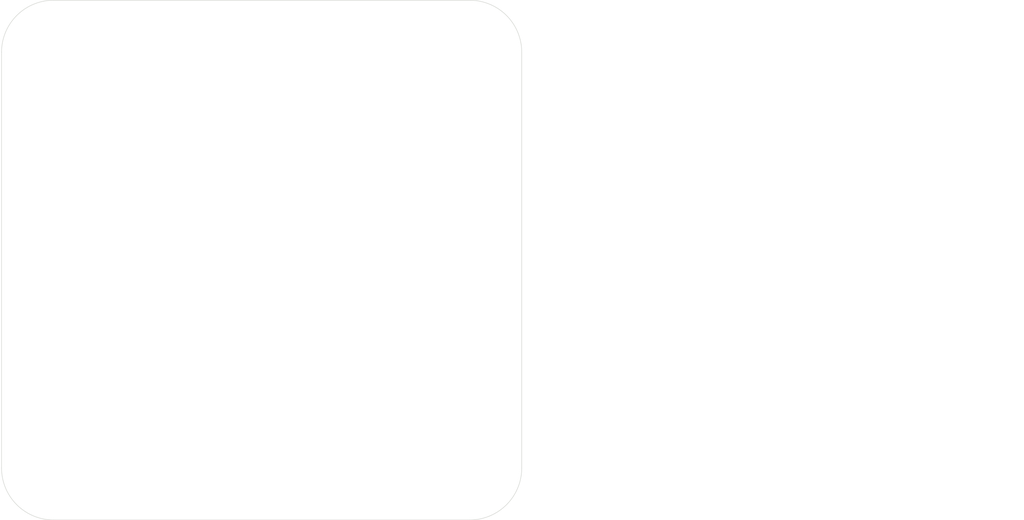
<source format=kicad_pcb>
(kicad_pcb (version 20171130) (host pcbnew 5.1.10-88a1d61d58~90~ubuntu20.04.1)

  (general
    (thickness 1.6)
    (drawings 13)
    (tracks 0)
    (zones 0)
    (modules 4)
    (nets 1)
  )

  (page User 215.9 139.7)
  (layers
    (0 F.Cu signal)
    (31 B.Cu signal)
    (32 B.Adhes user)
    (33 F.Adhes user)
    (34 B.Paste user)
    (35 F.Paste user)
    (36 B.SilkS user)
    (37 F.SilkS user)
    (38 B.Mask user)
    (39 F.Mask user)
    (40 Dwgs.User user)
    (41 Cmts.User user)
    (42 Eco1.User user)
    (43 Eco2.User user)
    (44 Edge.Cuts user)
    (45 Margin user)
    (46 B.CrtYd user)
    (47 F.CrtYd user)
    (48 B.Fab user)
    (49 F.Fab user)
  )

  (setup
    (last_trace_width 0.25)
    (trace_clearance 0.2)
    (zone_clearance 0.508)
    (zone_45_only no)
    (trace_min 0.2)
    (via_size 0.8)
    (via_drill 0.4)
    (via_min_size 0.4)
    (via_min_drill 0.3)
    (uvia_size 0.3)
    (uvia_drill 0.1)
    (uvias_allowed no)
    (uvia_min_size 0.2)
    (uvia_min_drill 0.1)
    (edge_width 0.05)
    (segment_width 0.2)
    (pcb_text_width 0.3)
    (pcb_text_size 1.5 1.5)
    (mod_edge_width 0.12)
    (mod_text_size 1 1)
    (mod_text_width 0.15)
    (pad_size 1.524 1.524)
    (pad_drill 0.762)
    (pad_to_mask_clearance 0)
    (aux_axis_origin 0 0)
    (visible_elements FFFFFF7F)
    (pcbplotparams
      (layerselection 0x010fc_ffffffff)
      (usegerberextensions false)
      (usegerberattributes true)
      (usegerberadvancedattributes true)
      (creategerberjobfile true)
      (excludeedgelayer true)
      (linewidth 0.100000)
      (plotframeref false)
      (viasonmask false)
      (mode 1)
      (useauxorigin false)
      (hpglpennumber 1)
      (hpglpenspeed 20)
      (hpglpendiameter 15.000000)
      (psnegative false)
      (psa4output false)
      (plotreference true)
      (plotvalue true)
      (plotinvisibletext false)
      (padsonsilk false)
      (subtractmaskfromsilk false)
      (outputformat 1)
      (mirror false)
      (drillshape 1)
      (scaleselection 1)
      (outputdirectory ""))
  )

  (net 0 "")

  (net_class Default "This is the default net class."
    (clearance 0.2)
    (trace_width 0.25)
    (via_dia 0.8)
    (via_drill 0.4)
    (uvia_dia 0.3)
    (uvia_drill 0.1)
  )

  (module footprint:MountingHole_2.7mm_M2.5,rpi_like locked (layer F.Cu) (tedit 5CD0070F) (tstamp 614E2B6A)
    (at 125 75)
    (descr "Mounting Hole 2.7mm, no annular, M2.5")
    (tags "mounting hole 2.7mm no annular m2.5")
    (path /614DED54)
    (attr virtual)
    (fp_text reference H4 (at 0 -3.7) (layer F.SilkS) hide
      (effects (font (size 1 1) (thickness 0.15)))
    )
    (fp_text value MountingHole (at 0 3.7) (layer F.Fab)
      (effects (font (size 1 1) (thickness 0.15)))
    )
    (fp_text user %R (at 0.3 0) (layer F.Fab)
      (effects (font (size 1 1) (thickness 0.15)))
    )
    (fp_circle (center 0 0) (end 1.905 0) (layer B.Mask) (width 1.2))
    (fp_circle (center 0 0) (end 1.905 0) (layer F.Mask) (width 1.2))
    (fp_circle (center 0 0) (end 2.95 0) (layer F.CrtYd) (width 0.05))
    (fp_circle (center 0 0) (end 2.7 0) (layer Cmts.User) (width 0.15))
    (pad "" np_thru_hole circle (at 0 0) (size 2.7 2.7) (drill 2.7) (layers *.Cu *.Mask)
      (solder_mask_margin 1.5) (clearance 1.5))
  )

  (module footprint:MountingHole_2.7mm_M2.5,rpi_like locked (layer F.Cu) (tedit 5CD0070F) (tstamp 614E2B60)
    (at 85 75)
    (descr "Mounting Hole 2.7mm, no annular, M2.5")
    (tags "mounting hole 2.7mm no annular m2.5")
    (path /614DED32)
    (attr virtual)
    (fp_text reference H3 (at 0 -3.7) (layer F.SilkS) hide
      (effects (font (size 1 1) (thickness 0.15)))
    )
    (fp_text value MountingHole (at 0 3.7) (layer F.Fab)
      (effects (font (size 1 1) (thickness 0.15)))
    )
    (fp_text user %R (at 0.3 0) (layer F.Fab)
      (effects (font (size 1 1) (thickness 0.15)))
    )
    (fp_circle (center 0 0) (end 1.905 0) (layer B.Mask) (width 1.2))
    (fp_circle (center 0 0) (end 1.905 0) (layer F.Mask) (width 1.2))
    (fp_circle (center 0 0) (end 2.95 0) (layer F.CrtYd) (width 0.05))
    (fp_circle (center 0 0) (end 2.7 0) (layer Cmts.User) (width 0.15))
    (pad "" np_thru_hole circle (at 0 0) (size 2.7 2.7) (drill 2.7) (layers *.Cu *.Mask)
      (solder_mask_margin 1.5) (clearance 1.5))
  )

  (module footprint:MountingHole_2.7mm_M2.5,rpi_like locked (layer F.Cu) (tedit 5CD0070F) (tstamp 614E2B56)
    (at 125 35)
    (descr "Mounting Hole 2.7mm, no annular, M2.5")
    (tags "mounting hole 2.7mm no annular m2.5")
    (path /614DEA42)
    (attr virtual)
    (fp_text reference H2 (at 0 -3.7) (layer F.SilkS) hide
      (effects (font (size 1 1) (thickness 0.15)))
    )
    (fp_text value MountingHole (at 0 3.7) (layer F.Fab)
      (effects (font (size 1 1) (thickness 0.15)))
    )
    (fp_text user %R (at 0.3 0) (layer F.Fab)
      (effects (font (size 1 1) (thickness 0.15)))
    )
    (fp_circle (center 0 0) (end 1.905 0) (layer B.Mask) (width 1.2))
    (fp_circle (center 0 0) (end 1.905 0) (layer F.Mask) (width 1.2))
    (fp_circle (center 0 0) (end 2.95 0) (layer F.CrtYd) (width 0.05))
    (fp_circle (center 0 0) (end 2.7 0) (layer Cmts.User) (width 0.15))
    (pad "" np_thru_hole circle (at 0 0) (size 2.7 2.7) (drill 2.7) (layers *.Cu *.Mask)
      (solder_mask_margin 1.5) (clearance 1.5))
  )

  (module footprint:MountingHole_2.7mm_M2.5,rpi_like locked (layer F.Cu) (tedit 5CD0070F) (tstamp 614E2B4C)
    (at 85 35)
    (descr "Mounting Hole 2.7mm, no annular, M2.5")
    (tags "mounting hole 2.7mm no annular m2.5")
    (path /614DE67A)
    (attr virtual)
    (fp_text reference H1 (at 0 -3.7) (layer F.SilkS) hide
      (effects (font (size 1 1) (thickness 0.15)))
    )
    (fp_text value MountingHole (at 0 3.7) (layer F.Fab)
      (effects (font (size 1 1) (thickness 0.15)))
    )
    (fp_text user %R (at 0.3 0) (layer F.Fab)
      (effects (font (size 1 1) (thickness 0.15)))
    )
    (fp_circle (center 0 0) (end 1.905 0) (layer B.Mask) (width 1.2))
    (fp_circle (center 0 0) (end 1.905 0) (layer F.Mask) (width 1.2))
    (fp_circle (center 0 0) (end 2.95 0) (layer F.CrtYd) (width 0.05))
    (fp_circle (center 0 0) (end 2.7 0) (layer Cmts.User) (width 0.15))
    (pad "" np_thru_hole circle (at 0 0) (size 2.7 2.7) (drill 2.7) (layers *.Cu *.Mask)
      (solder_mask_margin 1.5) (clearance 1.5))
  )

  (gr_text "Fabrication Comments:" (at 165 35) (layer Cmts.User)
    (effects (font (size 1.5 1.5) (thickness 0.3)))
  )
  (gr_line (start 125 30) (end 85 30) (layer Edge.Cuts) (width 0.05) (tstamp 614E2928))
  (gr_arc (start 125 35) (end 130 35) (angle -90) (layer Edge.Cuts) (width 0.05) (tstamp 614E2927))
  (gr_line (start 130 75) (end 130 35) (layer Edge.Cuts) (width 0.05) (tstamp 614E2928))
  (gr_arc (start 125 75) (end 125 80) (angle -90) (layer Edge.Cuts) (width 0.05) (tstamp 614E2927))
  (gr_line (start 85 80) (end 125 80) (layer Edge.Cuts) (width 0.05) (tstamp 614E2928))
  (gr_arc (start 85 75) (end 80 75) (angle -90) (layer Edge.Cuts) (width 0.05) (tstamp 614E2927))
  (gr_line (start 80 35) (end 80 75) (layer Edge.Cuts) (width 0.05))
  (gr_arc (start 85 35) (end 85 30) (angle -90) (layer Edge.Cuts) (width 0.05))
  (gr_line (start 130 30) (end 80 30) (layer Cmts.User) (width 0.01) (tstamp 614E2919))
  (gr_line (start 130 80) (end 130 30) (layer Cmts.User) (width 0.01))
  (gr_line (start 80 80) (end 130 80) (layer Cmts.User) (width 0.01))
  (gr_line (start 80 30) (end 80 80) (layer Cmts.User) (width 0.01))

)

</source>
